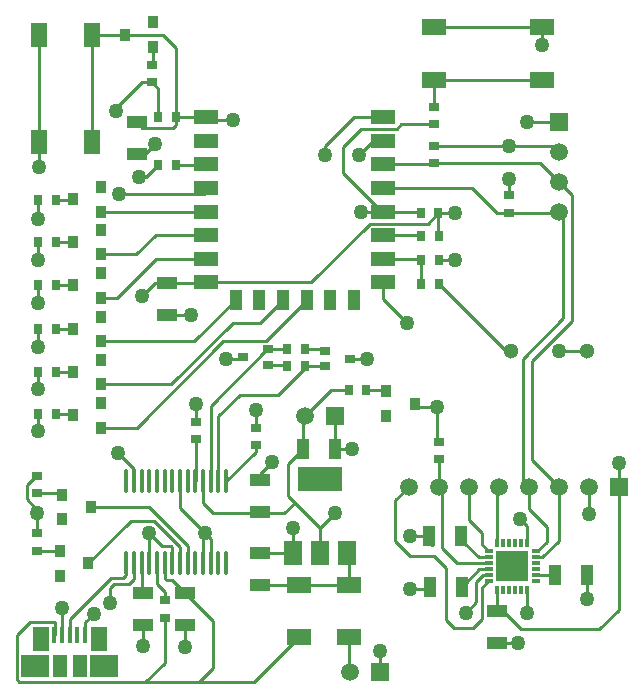
<source format=gtl>
G04*
G04 #@! TF.GenerationSoftware,Altium Limited,Altium Designer,18.1.7 (191)*
G04*
G04 Layer_Physical_Order=1*
G04 Layer_Color=255*
%FSLAX25Y25*%
%MOIN*%
G70*
G01*
G75*
%ADD14C,0.01000*%
%ADD17R,0.01181X0.02953*%
%ADD18R,0.02953X0.01181*%
%ADD19R,0.10827X0.10433*%
%ADD20R,0.04331X0.06693*%
%ADD21R,0.07874X0.04724*%
%ADD22R,0.05900X0.07900*%
%ADD23R,0.15000X0.07900*%
%ADD24O,0.01378X0.08268*%
%ADD25R,0.03500X0.02800*%
%ADD26R,0.05512X0.08268*%
%ADD27R,0.03543X0.02756*%
%ADD28R,0.02756X0.03543*%
%ADD29R,0.08268X0.05512*%
%ADD30R,0.03543X0.03937*%
%ADD31R,0.01772X0.05433*%
%ADD32R,0.05807X0.08268*%
%ADD33R,0.04626X0.07480*%
%ADD34R,0.09350X0.07480*%
%ADD35R,0.04331X0.06693*%
%ADD36R,0.06693X0.04331*%
%ADD62R,0.05906X0.05906*%
%ADD63C,0.05906*%
%ADD64R,0.05906X0.05906*%
%ADD65C,0.05118*%
%ADD66C,0.05000*%
D14*
X173575Y333583D02*
Y355209D01*
X180866Y362500D01*
X193453D01*
X202453Y371500D01*
Y372000D01*
X171016Y358728D02*
X189847Y377559D01*
X171016Y333583D02*
Y358728D01*
X189847Y377559D02*
X190000D01*
X166000Y359500D02*
X166000Y359500D01*
X166000Y353453D02*
Y359500D01*
X165898Y333583D02*
X166000Y333685D01*
Y347547D01*
X166000Y359500D02*
X167850D01*
X263875Y382625D02*
X269500Y377000D01*
X247000Y399500D02*
X263875Y382625D01*
X276996Y324319D02*
X282996Y318319D01*
X276996Y324319D02*
Y331819D01*
X282996Y313319D02*
Y318319D01*
X281590Y308272D02*
X286996Y313678D01*
X279370Y308272D02*
X281590D01*
X286996Y313678D02*
Y331819D01*
X279917Y310240D02*
X282996Y313319D01*
X275000Y333815D02*
X276996Y331819D01*
X275000Y333815D02*
Y374500D01*
X142866Y302366D02*
Y306417D01*
X141805Y301305D02*
X142866Y302366D01*
X137328Y295343D02*
X138500Y294172D01*
X145425Y301036D02*
Y306417D01*
X143695Y299305D02*
X145425Y301036D01*
X153102Y299389D02*
X155638Y296854D01*
Y293953D02*
Y296854D01*
X153102Y299389D02*
Y306417D01*
X168622Y429500D02*
X170500Y431378D01*
X140000Y342989D02*
X145425Y337564D01*
Y333583D02*
Y337564D01*
X186000Y351500D02*
Y357500D01*
X274000Y321000D02*
X276417Y318583D01*
Y313193D02*
Y318583D01*
X266453Y313193D02*
Y331819D01*
X278000Y340815D02*
X286996Y331819D01*
X278000Y340815D02*
Y373598D01*
X296996Y322819D02*
Y331819D01*
X148000Y395500D02*
X152315Y399815D01*
X149185Y442685D02*
X152500Y446000D01*
X146328Y442685D02*
X149185D01*
X146328Y453315D02*
X148143Y451500D01*
X158583D01*
X159500Y452417D01*
Y455000D01*
X151500Y466547D02*
X153595Y464453D01*
Y455000D02*
Y464453D01*
X149594Y435000D02*
X153595Y439000D01*
X147000Y435000D02*
X149594D01*
X258122Y431378D02*
X266453Y423047D01*
X243453Y419500D02*
X246953Y423000D01*
X171881Y323000D02*
X195500D01*
X246953Y416000D02*
Y423000D01*
Y416000D02*
X247000Y415953D01*
X240315Y358500D02*
X246500D01*
X239315Y359500D02*
X240315Y358500D01*
X246500Y347315D02*
Y358500D01*
Y347315D02*
X246996Y346819D01*
X231000Y419500D02*
X243453D01*
X196646Y328854D02*
X199000Y326500D01*
X195500Y323000D02*
X199000Y326500D01*
X207500Y318000D01*
X212500Y323000D01*
X186000Y343449D02*
Y345595D01*
X176134Y333583D02*
X186000Y343449D01*
X187500Y334130D02*
Y336000D01*
X191500Y340000D01*
X198244Y309815D02*
X198445Y309614D01*
X187500Y309815D02*
X198244D01*
X200315Y299185D02*
X200500Y299000D01*
X187500Y299185D02*
X200315D01*
X168457Y326425D02*
X171881Y323000D01*
X168457Y326425D02*
Y333583D01*
X124033Y282472D02*
X124207Y282646D01*
Y287707D01*
X121474Y282472D02*
X121500Y282498D01*
Y291500D01*
X119089Y282472D02*
Y286609D01*
X118915Y282472D02*
X119089D01*
X137805Y301305D02*
X141805D01*
X137328Y298000D02*
X138634Y299305D01*
X137328Y295343D02*
Y298000D01*
X156500Y389185D02*
X164315D01*
X239000Y359500D02*
X239315D01*
X229185Y364000D02*
X229551Y363634D01*
X222953Y364000D02*
X229185D01*
X211000D02*
X217047D01*
X202500Y355500D02*
X211000Y364000D01*
X140500Y429500D02*
X168622D01*
X134500Y423500D02*
X169496D01*
X169500Y423504D01*
X175287Y380459D02*
X189447D01*
X146328Y351500D02*
X175287Y380459D01*
X157866Y365866D02*
X178500Y386500D01*
X189447Y380459D02*
X202965Y393976D01*
X178500Y386500D02*
X187614D01*
X112772Y335453D02*
X113000D01*
X109728Y332409D02*
X112772Y335453D01*
X109728Y327548D02*
Y332409D01*
Y327548D02*
X113181Y324095D01*
Y323000D02*
Y324095D01*
X113000Y316406D02*
X113181Y316587D01*
Y323000D01*
X196646Y339276D02*
X201870Y344500D01*
X196646Y328854D02*
Y339276D01*
X212500Y344500D02*
X218235D01*
X212500D02*
Y355500D01*
X201870Y354870D02*
X202500Y355500D01*
X201870Y344500D02*
Y354870D01*
X207500Y309614D02*
Y318000D01*
X167260Y266760D02*
X185583D01*
X162543Y296315D02*
X171881Y286977D01*
Y271381D02*
Y286977D01*
X167260Y266760D02*
X171881Y271381D01*
X149260Y266760D02*
X167260D01*
X158075Y300783D02*
X162543Y296315D01*
X156169Y300783D02*
X158075D01*
X155661Y301291D02*
X156169Y300783D01*
X155661Y301291D02*
Y306417D01*
X162543Y278500D02*
Y285685D01*
X148543Y278543D02*
Y285685D01*
X107270Y266760D02*
X149260D01*
X155638Y273138D02*
Y288047D01*
X149260Y266760D02*
X155638Y273138D01*
X185583Y266760D02*
X200500Y281677D01*
X106392Y267638D02*
X107270Y266760D01*
X106392Y267638D02*
Y282228D01*
X110853Y286689D01*
X119008D01*
X119089Y286609D01*
X124207Y287707D02*
X137805Y301305D01*
X160780Y324721D02*
X169000Y316500D01*
X160780Y324721D02*
Y333583D01*
X168457Y315957D02*
X169000Y316500D01*
X168457Y306417D02*
Y315957D01*
X169000Y316500D02*
X171016Y314484D01*
Y306417D02*
Y314484D01*
X150485Y316500D02*
X154934Y312051D01*
X157713D01*
X158221Y311544D01*
Y306417D02*
Y311544D01*
X163339Y306417D02*
Y312132D01*
X131047Y325000D02*
X150470D01*
X160780Y306417D02*
Y311863D01*
X144413Y320500D02*
X152142D01*
X160780Y311863D01*
X150470Y325000D02*
X163339Y312132D01*
X150485Y306475D02*
Y316500D01*
Y306475D02*
X150543Y306417D01*
X130232Y306319D02*
X144413Y320500D01*
X147984Y296874D02*
X148543Y296315D01*
X147984Y296874D02*
Y306417D01*
X121185Y329547D02*
X121598Y329134D01*
X113000Y329547D02*
X121185D01*
X120736Y310500D02*
X120783Y310453D01*
X113000Y310500D02*
X120736D01*
X137328Y293000D02*
X138500Y294172D01*
X138634Y299305D02*
X143695D01*
X129285Y286604D02*
X132181Y289500D01*
X129285Y282606D02*
Y286604D01*
X129152Y282472D02*
X129285Y282606D01*
X198445Y309614D02*
Y318000D01*
X200500Y299000D02*
X217000D01*
X216555Y309614D02*
X217000Y309169D01*
Y299000D02*
Y309169D01*
X227500Y270000D02*
Y277000D01*
X217000Y270500D02*
X217500Y270000D01*
X217000Y270500D02*
Y281677D01*
X170500Y454000D02*
X178500D01*
X169500Y455000D02*
X170500Y454000D01*
X176000Y374500D02*
X181232D01*
X181732Y375000D01*
X221000Y423504D02*
X228009D01*
X217500Y374500D02*
X223000D01*
X281327Y479000D02*
Y485000D01*
X245500Y467283D02*
X281327D01*
X287000Y423500D02*
X288500Y422000D01*
Y388000D02*
Y422000D01*
X275000Y374500D02*
X288500Y388000D01*
X287000Y433500D02*
X291500Y429000D01*
Y387098D02*
Y429000D01*
X278000Y373598D02*
X291500Y387098D01*
X287059Y377000D02*
X296590D01*
X159500Y455000D02*
Y478000D01*
X155000Y482500D02*
X159500Y478000D01*
X142500Y482500D02*
X155000D01*
X270500Y428953D02*
Y434500D01*
X286547Y423047D02*
X287000Y423500D01*
X270500Y423047D02*
X286547D01*
X266453D02*
X270500D01*
X228555Y431378D02*
X258122D01*
X280953Y439547D02*
X287000Y433500D01*
X245500Y439547D02*
X280953D01*
X270327Y445453D02*
X270374Y445500D01*
X245500Y445453D02*
X270327D01*
X245205Y439252D02*
X245500Y439547D01*
X228555Y439252D02*
X245205D01*
X306996Y331819D02*
Y339819D01*
Y290819D02*
Y331819D01*
X300496Y284319D02*
X306996Y290819D01*
X274496Y284319D02*
X300496D01*
X268496Y290319D02*
X274496Y284319D01*
X266575Y290319D02*
X268496D01*
X276500Y453500D02*
X287000D01*
X285000Y445500D02*
X287000Y443500D01*
X270374Y445500D02*
X285000D01*
X246953Y423000D02*
X252500D01*
X209232Y442500D02*
Y445500D01*
X218732Y455000D01*
X228555D01*
X220500Y442500D02*
X225126Y447126D01*
X228555D01*
X215000Y436513D02*
Y445000D01*
X221138Y451138D01*
X215000Y436513D02*
X228009Y423504D01*
X221138Y451138D02*
X233114D01*
X296311Y294504D02*
Y302319D01*
X232496Y327319D02*
X236996Y331819D01*
X232496Y313819D02*
Y327319D01*
Y313819D02*
X237496Y308819D01*
X245496D01*
X249496Y304819D01*
Y287319D02*
Y304819D01*
Y287319D02*
X251996Y284819D01*
X258496D01*
X261496Y287819D01*
Y298272D01*
X263622Y300398D01*
X246996Y331819D02*
X247996Y330819D01*
Y311319D02*
Y330819D01*
Y311319D02*
X253012Y306303D01*
X263622D01*
X255996Y289819D02*
X259496Y293319D01*
Y299957D01*
X242020Y315319D02*
X244850Y312488D01*
X237496Y315319D02*
X242020D01*
X244850Y312488D02*
X245181Y312819D01*
X237496Y297819D02*
X244866D01*
X245366Y298319D01*
X259496Y299957D02*
X261858Y302319D01*
X263575D01*
X263622Y302366D01*
X255996Y299819D02*
X260512Y304335D01*
X263622D01*
X255996Y298319D02*
Y299819D01*
X246996Y331819D02*
Y340913D01*
X113784Y438500D02*
Y446673D01*
Y438000D02*
Y438500D01*
X113547Y364500D02*
Y370000D01*
Y363547D02*
Y364500D01*
X255811Y312819D02*
X260358Y308272D01*
X263622D01*
X261496Y312488D02*
X263622Y310362D01*
X261496Y312488D02*
Y316319D01*
X256996Y320819D02*
X261496Y316319D01*
X256996Y320819D02*
Y331819D01*
X266453D02*
X266996D01*
X279370Y310240D02*
X279917D01*
X266575Y279689D02*
X273366D01*
X276417Y289819D02*
Y297445D01*
X266575Y290319D02*
Y297445D01*
X285634Y302366D02*
X285681Y302319D01*
X279370Y302366D02*
X285634D01*
X190000Y377559D02*
X196595D01*
X208732D02*
X209232Y377059D01*
X202500Y377559D02*
X208732D01*
X209173Y372000D02*
X209232Y371941D01*
X202453Y372000D02*
X209173D01*
X196106Y372441D02*
X196547Y372000D01*
X190000Y372441D02*
X196106D01*
X247000Y415500D02*
Y415953D01*
X230992Y419492D02*
X231000Y419500D01*
X223997Y419492D02*
X230992D01*
X204386Y399882D02*
X223997Y419492D01*
X169500Y399882D02*
X204386D01*
X247000Y407500D02*
X252500D01*
X228009Y423504D02*
X228555D01*
X233114Y451138D02*
X234570Y452595D01*
X245500D01*
Y485000D02*
X281327D01*
X245500Y458500D02*
Y467283D01*
X287000Y377059D02*
X287059Y377000D01*
X228555Y394445D02*
X236500Y386500D01*
X228555Y394445D02*
Y399882D01*
X269500Y377000D02*
X271000D01*
X241094Y399500D02*
Y407500D01*
X240839Y407756D02*
X241094Y407500D01*
X228555Y407756D02*
X240839D01*
X240965Y415630D02*
X241094Y415500D01*
X228555Y415630D02*
X240965D01*
X240543Y423504D02*
X241047Y423000D01*
X228555Y423504D02*
X240543D01*
X148047Y466547D02*
X151500D01*
X139500Y458000D02*
X148047Y466547D01*
X139500Y457000D02*
Y458000D01*
X113500Y350500D02*
Y356000D01*
X113547Y378500D02*
Y384500D01*
X113500Y393000D02*
Y399000D01*
Y407500D02*
Y413500D01*
X113547Y421047D02*
Y427500D01*
X113784Y446673D02*
Y482500D01*
X131500Y446673D02*
Y482500D01*
X151500Y472453D02*
X151949Y472902D01*
Y478366D01*
X131500Y482500D02*
X142500D01*
X169248Y439000D02*
X169500Y439252D01*
X159500Y439000D02*
X169248D01*
X159500Y455000D02*
X169500D01*
X152315Y399815D02*
X156500D01*
X124917Y427500D02*
X125051Y427634D01*
X119453Y427500D02*
X124917D01*
X124917Y413500D02*
X125051Y413366D01*
X119405Y413500D02*
X124917D01*
Y399000D02*
X125051Y398866D01*
X119405Y399000D02*
X124917D01*
Y384500D02*
X125051Y384366D01*
X119453Y384500D02*
X124917D01*
X125051Y370000D02*
X125051Y370000D01*
X119453Y370000D02*
X125051D01*
X124685Y356000D02*
X125051Y355634D01*
X119405Y356000D02*
X124685D01*
X134500Y351500D02*
X146328D01*
X187614Y386500D02*
X195091Y393976D01*
X134500Y365866D02*
X157866D01*
X165598Y380232D02*
X179342Y393976D01*
X134500Y380232D02*
X165598D01*
X169433Y399815D02*
X169500Y399882D01*
X156500Y399815D02*
X169433D01*
X152756Y407756D02*
X169500D01*
X139732Y394732D02*
X152756Y407756D01*
X134500Y394732D02*
X139732D01*
X152630Y415630D02*
X169500D01*
X146232Y409232D02*
X152630Y415630D01*
X134500Y409232D02*
X146232D01*
D17*
X276417Y313193D02*
D03*
X274449D02*
D03*
X272480D02*
D03*
X270512D02*
D03*
X268543D02*
D03*
X266575D02*
D03*
Y297445D02*
D03*
X268543D02*
D03*
X270512D02*
D03*
X272480D02*
D03*
X274449D02*
D03*
X276417D02*
D03*
D18*
X263622Y310240D02*
D03*
Y308272D02*
D03*
Y306303D02*
D03*
Y304335D02*
D03*
Y302366D02*
D03*
Y300398D02*
D03*
X279370D02*
D03*
Y302366D02*
D03*
Y304335D02*
D03*
Y306303D02*
D03*
Y308272D02*
D03*
Y310240D02*
D03*
D19*
X271496Y305319D02*
D03*
D20*
X218713Y393976D02*
D03*
X210839D02*
D03*
X202965D02*
D03*
X195091D02*
D03*
X187216D02*
D03*
X179342D02*
D03*
D21*
X228555Y455000D02*
D03*
Y447126D02*
D03*
Y439252D02*
D03*
Y431378D02*
D03*
Y423504D02*
D03*
Y415630D02*
D03*
Y407756D02*
D03*
Y399882D02*
D03*
X169500D02*
D03*
Y407756D02*
D03*
Y415630D02*
D03*
Y423504D02*
D03*
Y431378D02*
D03*
Y439252D02*
D03*
Y447126D02*
D03*
Y455000D02*
D03*
D22*
X198445Y309614D02*
D03*
X207500D02*
D03*
X216555D02*
D03*
D23*
X207500Y334500D02*
D03*
D24*
X176134Y333583D02*
D03*
X173575D02*
D03*
X171016D02*
D03*
X168457D02*
D03*
X165898D02*
D03*
X163339D02*
D03*
X160780D02*
D03*
X158221D02*
D03*
X155661D02*
D03*
X153102D02*
D03*
X150543D02*
D03*
X147984D02*
D03*
X145425D02*
D03*
X142866D02*
D03*
X176134Y306417D02*
D03*
X173575D02*
D03*
X171016D02*
D03*
X168457D02*
D03*
X165898D02*
D03*
X163339D02*
D03*
X160780D02*
D03*
X158221D02*
D03*
X155661D02*
D03*
X153102D02*
D03*
X150543D02*
D03*
X147984D02*
D03*
X145425D02*
D03*
X142866D02*
D03*
D25*
X217500Y374500D02*
D03*
X209232Y371941D02*
D03*
Y377059D02*
D03*
X181732Y375000D02*
D03*
X190000Y377559D02*
D03*
Y372441D02*
D03*
D26*
X113784Y482500D02*
D03*
Y446673D02*
D03*
X131500Y482500D02*
D03*
Y446673D02*
D03*
D27*
X246996Y340913D02*
D03*
Y346819D02*
D03*
X245500Y439547D02*
D03*
Y445453D02*
D03*
X270500Y423047D02*
D03*
Y428953D02*
D03*
X245500Y458500D02*
D03*
Y452595D02*
D03*
X151500Y472453D02*
D03*
Y466547D02*
D03*
X113000Y329547D02*
D03*
Y335453D02*
D03*
X113000Y310500D02*
D03*
Y316406D02*
D03*
X155638Y288047D02*
D03*
Y293953D02*
D03*
X166000Y347547D02*
D03*
Y353453D02*
D03*
X186000Y345547D02*
D03*
Y351453D02*
D03*
D28*
X241094Y399500D02*
D03*
X247000D02*
D03*
X119405Y413500D02*
D03*
X113500D02*
D03*
X119405Y399000D02*
D03*
X113500D02*
D03*
X119453Y384500D02*
D03*
X113547D02*
D03*
X119453Y370000D02*
D03*
X113547D02*
D03*
X119405Y356000D02*
D03*
X113500D02*
D03*
X119453Y427500D02*
D03*
X113547D02*
D03*
X246953Y423000D02*
D03*
X241047D02*
D03*
X247000Y415500D02*
D03*
X241094D02*
D03*
X247000Y407500D02*
D03*
X241094D02*
D03*
X202500Y377559D02*
D03*
X196595D02*
D03*
X153595Y439000D02*
D03*
X159500D02*
D03*
X202453Y372000D02*
D03*
X196547D02*
D03*
X153595Y455000D02*
D03*
X159500D02*
D03*
X222953Y364000D02*
D03*
X217047D02*
D03*
D29*
X281327Y485000D02*
D03*
X245500D02*
D03*
X281327Y467283D02*
D03*
X245500D02*
D03*
X217000Y281677D02*
D03*
Y299000D02*
D03*
X200500Y281677D02*
D03*
Y299000D02*
D03*
D30*
X151949Y478366D02*
D03*
Y486634D02*
D03*
X142500Y482500D02*
D03*
X134500Y409232D02*
D03*
Y417500D02*
D03*
X125051Y413366D02*
D03*
X134500Y394732D02*
D03*
Y403000D02*
D03*
X125051Y398866D02*
D03*
X134500Y380232D02*
D03*
Y388500D02*
D03*
X125051Y384366D02*
D03*
X134500Y365866D02*
D03*
Y374134D02*
D03*
X125051Y370000D02*
D03*
X134500Y351500D02*
D03*
Y359768D02*
D03*
X125051Y355634D02*
D03*
X134500Y423500D02*
D03*
Y431768D02*
D03*
X125051Y427634D02*
D03*
X229551Y363634D02*
D03*
Y355366D02*
D03*
X239000Y359500D02*
D03*
X121598Y329134D02*
D03*
Y320866D02*
D03*
X131047Y325000D02*
D03*
X120783Y310453D02*
D03*
Y302185D02*
D03*
X130232Y306319D02*
D03*
D31*
X118915Y282472D02*
D03*
X121474D02*
D03*
X124033D02*
D03*
X126593D02*
D03*
X129152D02*
D03*
D32*
X133689Y281055D02*
D03*
X114378D02*
D03*
D33*
X120736Y272000D02*
D03*
X127331D02*
D03*
D34*
X112567D02*
D03*
X135500D02*
D03*
D35*
X254626Y298319D02*
D03*
X243996D02*
D03*
X254496Y315319D02*
D03*
X243866D02*
D03*
X285681Y302319D02*
D03*
X296311D02*
D03*
X212500Y344500D02*
D03*
X201870D02*
D03*
D36*
X266575Y290319D02*
D03*
Y279689D02*
D03*
X146328Y453315D02*
D03*
Y442685D02*
D03*
X156500Y399815D02*
D03*
Y389185D02*
D03*
X187500Y299185D02*
D03*
Y309815D02*
D03*
X148543Y296315D02*
D03*
Y285685D02*
D03*
X187500Y323500D02*
D03*
Y334130D02*
D03*
X162543Y296315D02*
D03*
Y285685D02*
D03*
D62*
X306996Y331819D02*
D03*
X212500Y355500D02*
D03*
X227500Y270000D02*
D03*
D63*
X296996Y331819D02*
D03*
X286996D02*
D03*
X276996D02*
D03*
X266996D02*
D03*
X256996D02*
D03*
X246996D02*
D03*
X236996D02*
D03*
X287000Y423500D02*
D03*
Y433500D02*
D03*
Y443500D02*
D03*
X202500Y355500D02*
D03*
X217500Y270000D02*
D03*
D64*
X287000Y453500D02*
D03*
D65*
X296590Y377000D02*
D03*
X271000D02*
D03*
D66*
X166000Y359500D02*
D03*
X186000Y357500D02*
D03*
X274000Y321000D02*
D03*
X296996Y322819D02*
D03*
X148000Y395500D02*
D03*
X152500Y446000D02*
D03*
X246500Y358500D02*
D03*
X191500Y340000D02*
D03*
X164315Y389185D02*
D03*
X132181Y289500D02*
D03*
X140500Y429500D02*
D03*
X140000Y342989D02*
D03*
X113181Y323000D02*
D03*
X212500D02*
D03*
X218235Y344500D02*
D03*
X162543Y278500D02*
D03*
X148543Y278543D02*
D03*
X169000Y316500D02*
D03*
X150485D02*
D03*
X137328Y293000D02*
D03*
X121500Y291500D02*
D03*
X198445Y318000D02*
D03*
X227500Y277000D02*
D03*
X178500Y454000D02*
D03*
X176000Y374500D02*
D03*
X223000D02*
D03*
X281327Y479000D02*
D03*
X270500Y434500D02*
D03*
X306996Y339819D02*
D03*
X276500Y453500D02*
D03*
X270374Y445500D02*
D03*
X252500Y423000D02*
D03*
X209232Y442500D02*
D03*
X220500D02*
D03*
X296311Y294504D02*
D03*
X255996Y289819D02*
D03*
X237496Y315319D02*
D03*
Y297819D02*
D03*
X273366Y279689D02*
D03*
X276417Y289819D02*
D03*
X113784Y438500D02*
D03*
X252500Y407500D02*
D03*
X287059Y377000D02*
D03*
X236500Y386500D02*
D03*
X221000Y423500D02*
D03*
X139500Y457000D02*
D03*
X113547Y421047D02*
D03*
X113500Y407500D02*
D03*
Y393000D02*
D03*
X113547Y378500D02*
D03*
Y364500D02*
D03*
X113500Y350500D02*
D03*
X147000Y435000D02*
D03*
M02*

</source>
